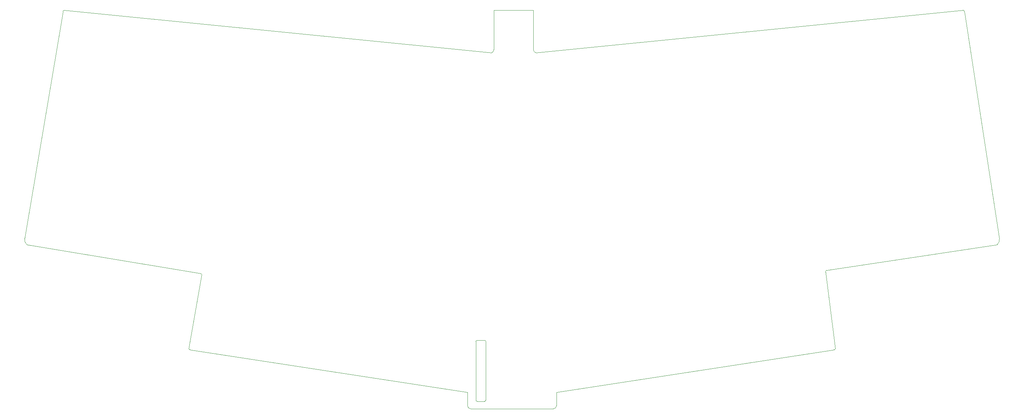
<source format=gbr>
%TF.GenerationSoftware,KiCad,Pcbnew,8.0.5*%
%TF.CreationDate,2024-09-20T18:17:22+02:00*%
%TF.ProjectId,clops,636c6f70-732e-46b6-9963-61645f706362,rev?*%
%TF.SameCoordinates,Original*%
%TF.FileFunction,Profile,NP*%
%FSLAX46Y46*%
G04 Gerber Fmt 4.6, Leading zero omitted, Abs format (unit mm)*
G04 Created by KiCad (PCBNEW 8.0.5) date 2024-09-20 18:17:22*
%MOMM*%
%LPD*%
G01*
G04 APERTURE LIST*
%TA.AperFunction,Profile*%
%ADD10C,0.100000*%
%TD*%
%TA.AperFunction,Profile*%
%ADD11C,0.050000*%
%TD*%
G04 APERTURE END LIST*
D10*
X70943209Y-111508757D02*
G75*
G02*
X70672785Y-111271537I97291J383657D01*
G01*
X144065625Y-29704750D02*
X153590625Y-29704750D01*
X144065625Y-29704750D02*
X144065625Y-39229750D01*
X144065625Y-39229750D02*
G75*
G02*
X143549934Y-39973274I-793925J50D01*
G01*
X159146875Y-124954750D02*
G75*
G02*
X158353125Y-125748475I-793675J-50D01*
G01*
X31193719Y-84745275D02*
X40408760Y-30132980D01*
X73598993Y-93166567D02*
G75*
G02*
X73785863Y-93379120I-61093J-242133D01*
G01*
X73598993Y-93166567D02*
X31698395Y-86173480D01*
X256952240Y-29725627D02*
G75*
G02*
X257247450Y-30132982I-174040J-436773D01*
G01*
X70672809Y-111271527D02*
X73785867Y-93379120D01*
X40408760Y-30132980D02*
G75*
G02*
X40703991Y-29725583I469440J-29520D01*
G01*
X154109308Y-39974315D02*
X256952240Y-29725627D01*
X31698395Y-86173480D02*
G75*
G02*
X31193699Y-84745273I1242305J1242280D01*
G01*
X226189691Y-111271527D02*
G75*
G02*
X225919287Y-111508740I-367791J146527D01*
G01*
X40704009Y-29725627D02*
X143549911Y-39973212D01*
X153590625Y-29704750D02*
X153590625Y-39229750D01*
X223860542Y-92591274D02*
X226189691Y-111271527D01*
X137715625Y-121779750D02*
X70943209Y-111508757D01*
X225919291Y-111508757D02*
X159146875Y-121779750D01*
X265668775Y-84745272D02*
G75*
G02*
X265164082Y-86173460I-1746675J-186028D01*
G01*
X137715625Y-124954750D02*
X137715625Y-121779750D01*
X159146875Y-121779750D02*
X159146875Y-124954750D01*
X154109308Y-39974315D02*
G75*
G02*
X153590660Y-39229750I275192J744615D01*
G01*
X265164099Y-86173477D02*
X224047416Y-92378721D01*
X138509375Y-125748500D02*
X158353125Y-125748500D01*
X138509375Y-125748500D02*
G75*
G02*
X137715600Y-124954750I25J793800D01*
G01*
X223860542Y-92591274D02*
G75*
G02*
X224047426Y-92378762I247958J-29626D01*
G01*
X257247489Y-30132980D02*
X265668775Y-84745272D01*
D11*
%TO.C,EN1*%
X141831250Y-123929250D02*
X140031250Y-123929250D01*
X142131250Y-123633250D02*
X142131250Y-109533250D01*
X139731250Y-109533250D02*
X139731250Y-123629250D01*
X141831250Y-109233250D02*
X140031250Y-109233250D01*
X140031250Y-123929250D02*
G75*
G02*
X139731250Y-123629250I0J300000D01*
G01*
X142131250Y-123629250D02*
G75*
G02*
X141831250Y-123929250I-300000J0D01*
G01*
X139731250Y-109533250D02*
G75*
G02*
X140031250Y-109233250I300000J0D01*
G01*
X141831250Y-109233250D02*
G75*
G02*
X142131250Y-109533250I0J-300000D01*
G01*
%TD*%
M02*

</source>
